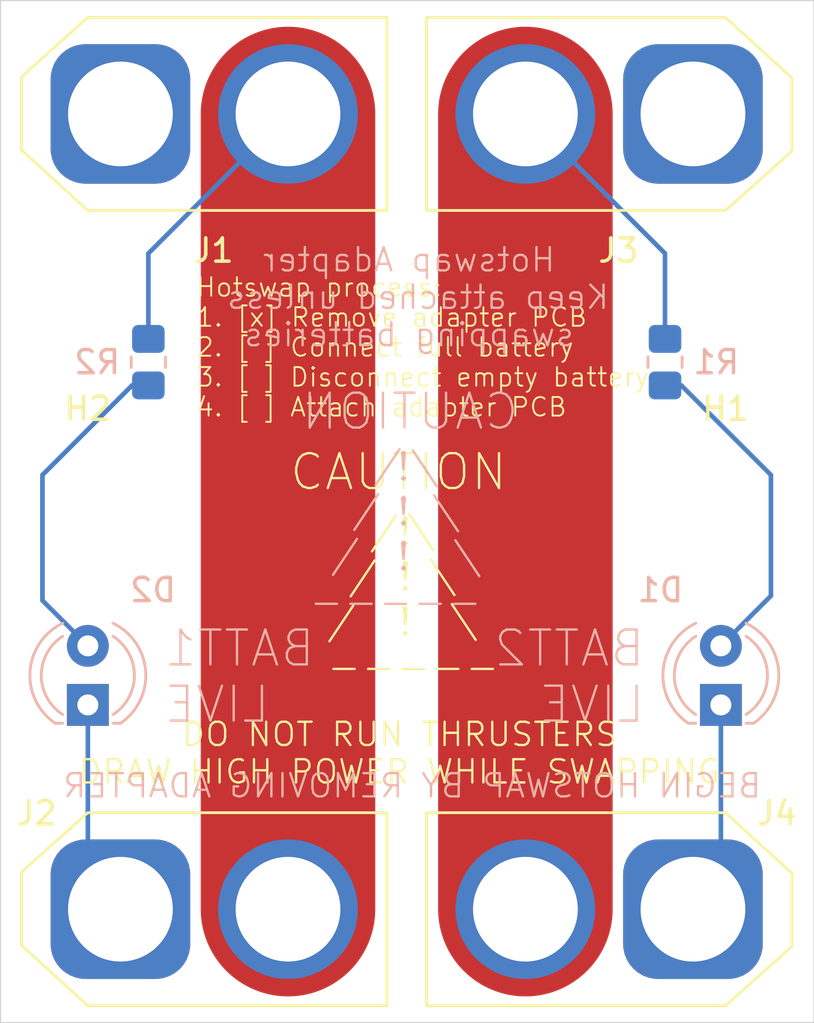
<source format=kicad_pcb>
(kicad_pcb (version 20240108) (generator "pcbnew") (generator_version "8.0")
  (layers (0 "F.Cu" signal) (31 "B.Cu" signal) (34 "B.Paste" user) (35 "F.Paste" user) (36 "B.SilkS" user "B.Silkscreen") (37 "F.SilkS" user "F.Silkscreen") (38 "B.Mask" user) (39 "F.Mask" user) (44 "Edge.Cuts" user))
  (net 0 "")
  (net 1 "-BATT")
  (net 2 "Net-(D1-A)")
  (net 3 "Net-(D2-A)")
  (net 5 "+BATT1")
  (net 6 "+BATT2")
  (footprint "Connector_AMASS:AMASS_XT60-M_1x02_P7.20mm_Vertical" (layer "F.Cu") (at 168.2 79.325159 180)
    (property "Reference" "J3" (at 3.2 -5.874841 0) (layer "F.SilkS"))
    (property "Value" "Conn_01x02_Pin" (hide yes))
    (fp_line (start 11.45 4.15) (end 11.45 -4.15) (stroke (width 0.12)) (layer "F.SilkS"))
    (fp_line (start 11.45 -4.15) (end -1.4 -4.15) (stroke (width 0.12)) (layer "F.SilkS"))
    (fp_line (start -1.4 4.15) (end 11.45 4.15) (stroke (width 0.12)) (layer "F.SilkS"))
    (fp_line (start -1.4 -4.15) (end -4.25 -1.6) (stroke (width 0.12)) (layer "F.SilkS"))
    (fp_line (start -4.25 1.55) (end -1.4 4.15) (stroke (width 0.12)) (layer "F.SilkS"))
    (fp_line (start -4.25 -1.6) (end -4.25 1.55) (stroke (width 0.12)) (layer "F.SilkS"))
    (pad "1" thru_hole roundrect (at 0 0 180) (size 6 6) (drill 4.5) (layers "*.Cu" "*.Mask"))
    (pad "2" thru_hole circle (at 7.2 0 180) (size 6 6) (drill 4.5) (layers "*.Cu" "*.Mask") (net 6 "+BATT2"))
  )
  (footprint "MountingHole:MountingHole_3.2mm_M3" (layer "F.Cu") (at 169.6 96.2)
    (property "Reference" "H1" (at 0 -4.2 0) (layer "F.SilkS"))
    (property "Value" "MountingHole" (hide yes))
    (pad "" np_thru_hole circle (at 0 0) (size 3.2 3.2) (drill 3.2) (layers "*.Cu" "*.Mask"))
  )
  (footprint "Connector_AMASS:AMASS_XT60-F_1x02_P7.20mm_Vertical" (layer "F.Cu") (at 143.6 113.525159)
    (property "Reference" "J2" (at -3.6 -4.125159 180) (layer "F.SilkS"))
    (property "Value" "Conn_01x02_Pin" (hide yes))
    (fp_line (start -4.25 -1.6) (end -4.25 1.55) (stroke (width 0.12)) (layer "F.SilkS"))
    (fp_line (start -4.25 1.55) (end -1.4 4.15) (stroke (width 0.12)) (layer "F.SilkS"))
    (fp_line (start -1.4 -4.15) (end -4.25 -1.6) (stroke (width 0.12)) (layer "F.SilkS"))
    (fp_line (start -1.4 4.15) (end 11.45 4.15) (stroke (width 0.12)) (layer "F.SilkS"))
    (fp_line (start 11.45 -4.15) (end -1.4 -4.15) (stroke (width 0.12)) (layer "F.SilkS"))
    (fp_line (start 11.45 4.15) (end 11.45 -4.15) (stroke (width 0.12)) (layer "F.SilkS"))
    (pad "1" thru_hole roundrect (at 0 0) (size 6 6) (drill 4.5) (layers "*.Cu" "*.Mask") (net 1 "-BATT"))
    (pad "2" thru_hole circle (at 7.2 0) (size 6 6) (drill 4.5) (layers "*.Cu" "*.Mask") (net 5 "+BATT1"))
  )
  (footprint "Connector_AMASS:AMASS_XT60-M_1x02_P7.20mm_Vertical" (layer "F.Cu") (at 143.6 79.325159)
    (property "Reference" "J1" (at 4 5.874841 0) (layer "F.SilkS"))
    (property "Value" "Conn_01x02_Pin" (hide yes))
    (fp_line (start -4.25 -1.6) (end -4.25 1.55) (stroke (width 0.12)) (layer "F.SilkS"))
    (fp_line (start -4.25 1.55) (end -1.4 4.15) (stroke (width 0.12)) (layer "F.SilkS"))
    (fp_line (start -1.4 -4.15) (end -4.25 -1.6) (stroke (width 0.12)) (layer "F.SilkS"))
    (fp_line (start -1.4 4.15) (end 11.45 4.15) (stroke (width 0.12)) (layer "F.SilkS"))
    (fp_line (start 11.45 -4.15) (end -1.4 -4.15) (stroke (width 0.12)) (layer "F.SilkS"))
    (fp_line (start 11.45 4.15) (end 11.45 -4.15) (stroke (width 0.12)) (layer "F.SilkS"))
    (pad "1" thru_hole roundrect (at 0 0) (size 6 6) (drill 4.5) (layers "*.Cu" "*.Mask"))
    (pad "2" thru_hole circle (at 7.2 0) (size 6 6) (drill 4.5) (layers "*.Cu" "*.Mask") (net 5 "+BATT1"))
  )
  (footprint "MountingHole:MountingHole_3.2mm_M3" (layer "F.Cu") (at 142.2 96.2)
    (property "Reference" "H2" (at 0 -4.2 0) (layer "F.SilkS"))
    (property "Value" "MountingHole" (hide yes))
    (pad "" np_thru_hole circle (at 0 0) (size 3.2 3.2) (drill 3.2) (layers "*.Cu" "*.Mask"))
  )
  (footprint "Connector_AMASS:AMASS_XT60-F_1x02_P7.20mm_Vertical" (layer "F.Cu") (at 168.2 113.525159 180)
    (property "Reference" "J4" (at -3.6 4.125159 0) (layer "F.SilkS"))
    (property "Value" "Conn_01x02_Pin" (hide yes))
    (fp_line (start 11.45 4.15) (end 11.45 -4.15) (stroke (width 0.12)) (layer "F.SilkS"))
    (fp_line (start 11.45 -4.15) (end -1.4 -4.15) (stroke (width 0.12)) (layer "F.SilkS"))
    (fp_line (start -1.4 4.15) (end 11.45 4.15) (stroke (width 0.12)) (layer "F.SilkS"))
    (fp_line (start -1.4 -4.15) (end -4.25 -1.6) (stroke (width 0.12)) (layer "F.SilkS"))
    (fp_line (start -4.25 1.55) (end -1.4 4.15) (stroke (width 0.12)) (layer "F.SilkS"))
    (fp_line (start -4.25 -1.6) (end -4.25 1.55) (stroke (width 0.12)) (layer "F.SilkS"))
    (pad "1" thru_hole roundrect (at 0 0 180) (size 6 6) (drill 4.5) (layers "*.Cu" "*.Mask") (net 1 "-BATT"))
    (pad "2" thru_hole circle (at 7.2 0 180) (size 6 6) (drill 4.5) (layers "*.Cu" "*.Mask") (net 6 "+BATT2"))
  )
  (footprint "Resistor_SMD:R_0805_2012Metric_Pad1.20x1.40mm_HandSolder" (layer "B.Cu") (at 167 90 -90)
    (property "Reference" "R1" (at 0 -2.2 180) (layer "B.SilkS") (effects (justify mirror)))
    (property "Value" "740" (hide yes))
    (fp_line (start 0.227064 0.735) (end -0.227064 0.735) (stroke (width 0.12)) (layer "B.SilkS"))
    (fp_line (start 0.227064 -0.735) (end -0.227064 -0.735) (stroke (width 0.12)) (layer "B.SilkS"))
    (pad "1" smd roundrect (at -1 0 270) (size 1.2 1.4) (layers "B.Cu" "B.Paste" "B.Mask") (roundrect_rratio 0.208333) (net 6 "+BATT2"))
    (pad "2" smd roundrect (at 1 0 270) (size 1.2 1.4) (layers "B.Cu" "B.Paste" "B.Mask") (roundrect_rratio 0.208333) (net 2 "Net-(D1-A)"))
  )
  (footprint "LED_THT:LED_D4.0mm" (layer "B.Cu") (at 169.4 104.74 90)
    (property "Reference" "D1" (at 4.94 -2.6 0) (layer "B.SilkS") (effects (justify mirror)))
    (property "Value" "LED" (hide yes))
    (fp_line (start -0.79 -1.399) (end -0.79 -1.08) (stroke (width 0.12)) (layer "B.SilkS"))
    (fp_line (start -0.79 1.08) (end -0.79 1.399) (stroke (width 0.12)) (layer "B.SilkS"))
    (fp_arc (start -0.79 -1.398749) (mid 1.453519 -2.483228) (end 3.513242 -1.080724) (stroke (width 0.12)) (layer "B.SilkS"))
    (fp_arc (start -0.41333 -1.08) (mid 1.269429 -2) (end 2.952713 -1.080961) (stroke (width 0.12)) (layer "B.SilkS"))
    (fp_arc (start 3.513242 1.080724) (mid 1.453519 2.483228) (end -0.79 1.398749) (stroke (width 0.12)) (layer "B.SilkS"))
    (fp_arc (start 2.952713 1.080961) (mid 1.269429 2) (end -0.41333 1.08) (stroke (width 0.12)) (layer "B.SilkS"))
    (pad "1" thru_hole rect (at 0 0 90) (size 1.8 1.8) (drill 0.9) (layers "*.Cu" "*.Mask") (net 1 "-BATT"))
    (pad "2" thru_hole circle (at 2.54 0 90) (size 1.8 1.8) (drill 0.9) (layers "*.Cu" "*.Mask") (net 2 "Net-(D1-A)"))
  )
  (footprint "Resistor_SMD:R_0805_2012Metric_Pad1.20x1.40mm_HandSolder" (layer "B.Cu") (at 144.8 90 -90)
    (property "Reference" "R2" (at 0 2.2 0) (layer "B.SilkS") (effects (justify mirror)))
    (property "Value" "740" (hide yes))
    (fp_line (start 0.227064 0.735) (end -0.227064 0.735) (stroke (width 0.12)) (layer "B.SilkS"))
    (fp_line (start 0.227064 -0.735) (end -0.227064 -0.735) (stroke (width 0.12)) (layer "B.SilkS"))
    (pad "1" smd roundrect (at -1 0 270) (size 1.2 1.4) (layers "B.Cu" "B.Paste" "B.Mask") (roundrect_rratio 0.208333) (net 5 "+BATT1"))
    (pad "2" smd roundrect (at 1 0 270) (size 1.2 1.4) (layers "B.Cu" "B.Paste" "B.Mask") (roundrect_rratio 0.208333) (net 3 "Net-(D2-A)"))
  )
  (footprint "LED_THT:LED_D4.0mm" (layer "B.Cu") (at 142.2 104.74 90)
    (property "Reference" "D2" (at 4.94 2.8 180) (layer "B.SilkS") (effects (justify mirror)))
    (property "Value" "LED" (hide yes))
    (fp_line (start -0.79 -1.399) (end -0.79 -1.08) (stroke (width 0.12)) (layer "B.SilkS"))
    (fp_line (start -0.79 1.08) (end -0.79 1.399) (stroke (width 0.12)) (layer "B.SilkS"))
    (fp_arc (start -0.79 -1.398749) (mid 1.453519 -2.483228) (end 3.513242 -1.080724) (stroke (width 0.12)) (layer "B.SilkS"))
    (fp_arc (start -0.41333 -1.08) (mid 1.269429 -2) (end 2.952713 -1.080961) (stroke (width 0.12)) (layer "B.SilkS"))
    (fp_arc (start 3.513242 1.080724) (mid 1.453519 2.483228) (end -0.79 1.398749) (stroke (width 0.12)) (layer "B.SilkS"))
    (fp_arc (start 2.952713 1.080961) (mid 1.269429 2) (end -0.41333 1.08) (stroke (width 0.12)) (layer "B.SilkS"))
    (pad "1" thru_hole rect (at 0 0 90) (size 1.8 1.8) (drill 0.9) (layers "*.Cu" "*.Mask") (net 1 "-BATT"))
    (pad "2" thru_hole circle (at 2.54 0 90) (size 1.8 1.8) (drill 0.9) (layers "*.Cu" "*.Mask") (net 3 "Net-(D2-A)"))
  )
  (gr_rect (start 138.450318 74.450318) (end 173.4 118.4) (stroke (width 0.05)) (fill none) (layer "Edge.Cuts"))
  (gr_text "BEGIN HOTSWAP BY REMOVING ADAPTER" (at 171.2 108.8 0) (layer "B.SilkS") (effects (font (size 1 1) (thickness 0.1)) (justify left bottom mirror)))
  (gr_text "Hotswap Adapter\nKeep attached unless \nswapping batteries" (at 156 89.4 0) (layer "B.SilkS") (effects (font (size 1 1) (thickness 0.1)) (justify bottom mirror)))
  (gr_text "CAUTION" (at 160.8 93 0) (layer "B.SilkS") (effects (font (size 1.5 1.5) (thickness 0.1)) (justify left bottom mirror)))
  (gr_text "BATT1\n️LIVE" (at 145.4 105.6 0) (layer "B.SilkS") (effects (font (size 1.5 1.5) (thickness 0.1)) (justify right bottom mirror)))
  (gr_text "BATT2 \n️LIVE" (at 166.2 105.6 0) (layer "B.SilkS") (effects (font (size 1.5 1.5) (thickness 0.1)) (justify left bottom mirror)))
  (gr_text "  /!\\  \n / ! \\  \n/  !  \\  \n-----" (at 159.2 101 0) (layer "B.SilkS") (effects (font (size 1.2 1.2) (thickness 0.1)) (justify left bottom mirror)))
  (gr_text "CAUTION" (at 150.8 95.6 -0) (layer "F.SilkS") (effects (font (size 1.5 1.5) (thickness 0.1)) (justify left bottom)))
  (gr_text "DO NOT RUN THRUSTERS\nDRAW HIGH POWER WHILE SWAPPING" (at 155.6 108.2 0) (layer "F.SilkS") (effects (font (size 1 1) (thickness 0.1)) (justify bottom)))
  (gr_text "Hotswap process:\n1. [x] Remove adapter PCB \n2. [ ] Connect full battery\n3. [ ] Disconnect empty battery\n4. [ ] Attach adapter PCB" (at 146.8 92.4 0) (layer "F.SilkS") (effects (font (size 0.8 0.8) (thickness 0.08)) (justify left bottom)))
  (gr_text "  /!\\  \n / ! \\  \n/  !  \\  \n-----" (at 152.4 103.8 -0) (layer "F.SilkS") (effects (font (size 1.2 1.2) (thickness 0.1)) (justify left bottom)))
  (segment (start 142.2 112.125159) (end 143.6 113.525159) (width 0.2) (layer "B.Cu") (net 1))
  (segment (start 169.4 112.325159) (end 168.2 113.525159) (width 0.2) (layer "B.Cu") (net 1))
  (segment (start 142.2 104.74) (end 142.2 112.125159) (width 0.2) (layer "B.Cu") (net 1))
  (segment (start 169.4 104.74) (end 169.4 112.325159) (width 0.2) (layer "B.Cu") (net 1))
  (segment (start 167.7 91) (end 171.55 94.85) (width 0.2) (layer "B.Cu") (net 2))
  (segment (start 171.55 100.05) (end 169.4 102.2) (width 0.2) (layer "B.Cu") (net 2))
  (segment (start 167 91) (end 167.7 91) (width 0.2) (layer "B.Cu") (net 2))
  (segment (start 171.55 94.85) (end 171.55 100.05) (width 0.2) (layer "B.Cu") (net 2))
  (segment (start 140.25 100.25) (end 142.2 102.2) (width 0.2) (layer "B.Cu") (net 3))
  (segment (start 144.1 91) (end 140.25 94.85) (width 0.2) (layer "B.Cu") (net 3))
  (segment (start 144.8 91) (end 144.1 91) (width 0.2) (layer "B.Cu") (net 3))
  (segment (start 140.25 94.85) (end 140.25 100.25) (width 0.2) (layer "B.Cu") (net 3))
  (segment (start 150.8 79.325159) (end 150.8 113.525159) (width 7.5) (layer "F.Cu") (net 5))
  (segment (start 144.8 89) (end 144.8 85.325159) (width 0.2) (layer "B.Cu") (net 5))
  (segment (start 144.8 85.325159) (end 150.8 79.325159) (width 0.2) (layer "B.Cu") (net 5))
  (segment (start 161 79.325159) (end 161 113.525159) (width 7.5) (layer "F.Cu") (net 6))
  (segment (start 167 85.325159) (end 161 79.325159) (width 0.2) (layer "B.Cu") (net 6))
  (segment (start 167 89) (end 167 85.325159) (width 0.2) (layer "B.Cu") (net 6))
)
</source>
